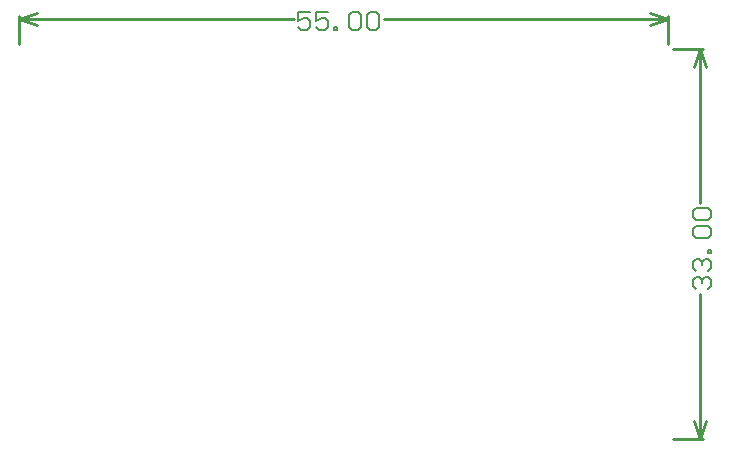
<source format=gm1>
%FSDAX24Y24*%
%MOIN*%
%SFA1B1*%

%IPPOS*%
%ADD13C,0.010000*%
%ADD95C,0.006000*%
%LNde-180824-1*%
%LPD*%
G54D13*
X021803Y000000D02*
X022800D01*
X021803Y012992D02*
X022800D01*
X022700Y000000D02*
Y004826D01*
Y007845D02*
Y012992D01*
Y000000D02*
X022900Y000600D01*
X022500D02*
X022700Y000000D01*
X022500Y012392D02*
X022700Y012992D01*
X022900Y012392*
X021653Y013142D02*
Y014100D01*
X000000Y013142D02*
Y014100D01*
X012176Y014000D02*
X021653D01*
X000000D02*
X009157D01*
X021053Y014200D02*
X021653Y014000D01*
X021053Y013800D02*
X021653Y014000D01*
X000000D02*
X000600Y013800D01*
X000000Y014000D02*
X000600Y014200D01*
G54D95*
X022560Y004986D02*
X022460Y005086D01*
Y005286*
X022560Y005386*
X022660*
X022760Y005286*
Y005186*
Y005286*
X022860Y005386*
X022959*
X023059Y005286*
Y005086*
X022959Y004986*
X022560Y005586D02*
X022460Y005686D01*
Y005886*
X022560Y005986*
X022660*
X022760Y005886*
Y005786*
Y005886*
X022860Y005986*
X022959*
X023059Y005886*
Y005686*
X022959Y005586*
X023059Y006186D02*
X022959D01*
Y006286*
X023059*
Y006186*
X022560Y006686D02*
X022460Y006785D01*
Y006985*
X022560Y007085*
X022959*
X023059Y006985*
Y006785*
X022959Y006686*
X022560*
Y007285D02*
X022460Y007385D01*
Y007585*
X022560Y007685*
X022959*
X023059Y007585*
Y007385*
X022959Y007285*
X022560*
X009717Y014239D02*
X009317D01*
Y013940*
X009517Y014040*
X009617*
X009717Y013940*
Y013740*
X009617Y013640*
X009417*
X009317Y013740*
X010316Y014239D02*
X009917D01*
Y013940*
X010117Y014040*
X010216*
X010316Y013940*
Y013740*
X010216Y013640*
X010017*
X009917Y013740*
X010516Y013640D02*
Y013740D01*
X010616*
Y013640*
X010516*
X011016Y014139D02*
X011116Y014239D01*
X011316*
X011416Y014139*
Y013740*
X011316Y013640*
X011116*
X011016Y013740*
Y014139*
X011616D02*
X011716Y014239D01*
X011916*
X012016Y014139*
Y013740*
X011916Y013640*
X011716*
X011616Y013740*
Y014139*
M02*
</source>
